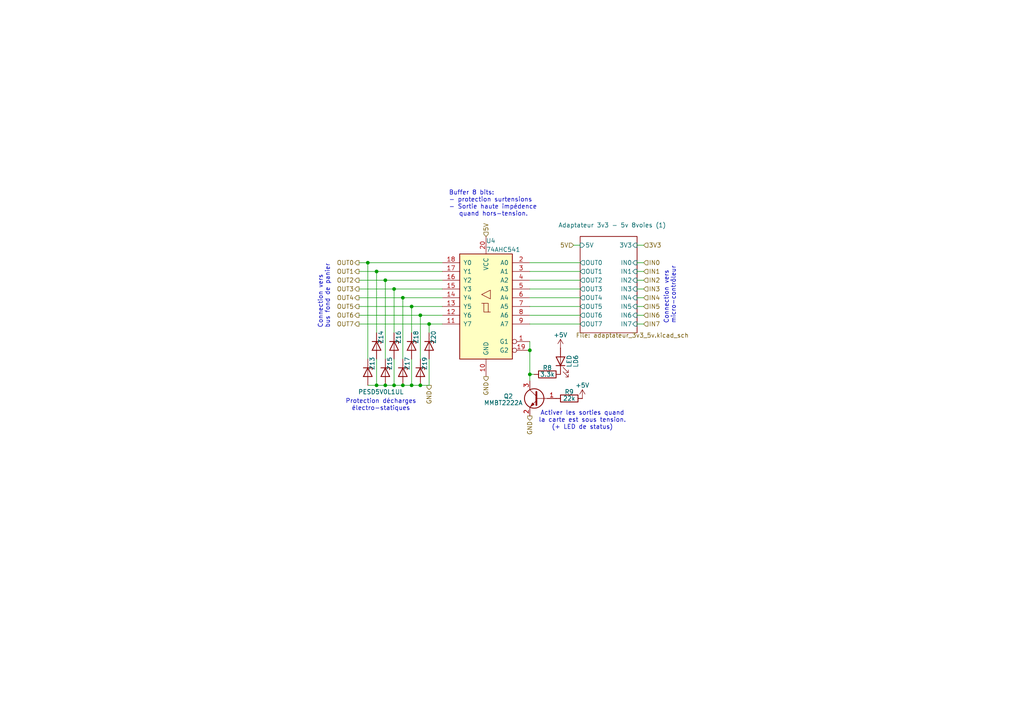
<source format=kicad_sch>
(kicad_sch (version 20250114) (generator "eeschema") (generator_version "9.0")
  (paper "A4")
  (lib_symbols
    (symbol "74xx:74AHC541" (pin_names (offset 1.016))
      (property "Reference" "U" (at -7.62 16.51 0))
      (property "Value" "74AHC541" (at -7.62 -16.51 0))
      (symbol "74AHC541_1_0"
        (polyline (pts (xy -1.27 -1.6002) (xy 0.635 -1.6002) (xy 0.635 0.9398) (xy 1.27 0.9398)))
        (polyline (pts (xy -0.635 -1.6002) (xy -0.635 0.9398) (xy 0.635 0.9398)))
        (polyline (pts (xy 1.27 3.4798) (xy -1.27 4.7498) (xy -1.27 2.2098) (xy 1.27 3.4798)) (stroke (width 0.1524)))
        (pin input line (at -12.7 12.7 0) (length 5.08) (name "A0") (number "2"))
        (pin input line (at -12.7 10.16 0) (length 5.08) (name "A1") (number "3"))
        (pin input line (at -12.7 7.62 0) (length 5.08) (name "A2") (number "4"))
        (pin input line (at -12.7 5.08 0) (length 5.08) (name "A3") (number "5"))
        (pin input line (at -12.7 2.54 0) (length 5.08) (name "A4") (number "6"))
        (pin input line (at -12.7 0 0) (length 5.08) (name "A5") (number "7"))
        (pin input line (at -12.7 -2.54 0) (length 5.08) (name "A6") (number "8"))
        (pin input line (at -12.7 -5.08 0) (length 5.08) (name "A7") (number "9"))
        (pin input inverted (at -12.7 -10.16 0) (length 5.08) (name "G1") (number "1"))
        (pin input inverted (at -12.7 -12.7 0) (length 5.08) (name "G2") (number "19"))
        (pin power_in line (at 0 20.32 270) (length 5.08) (name "VCC") (number "20"))
        (pin power_in line (at 0 -20.32 90) (length 5.08) (name "GND") (number "10"))
        (pin tri_state line (at 12.7 12.7 180) (length 5.08) (name "Y0") (number "18"))
        (pin tri_state line (at 12.7 10.16 180) (length 5.08) (name "Y1") (number "17"))
        (pin tri_state line (at 12.7 7.62 180) (length 5.08) (name "Y2") (number "16"))
        (pin tri_state line (at 12.7 5.08 180) (length 5.08) (name "Y3") (number "15"))
        (pin tri_state line (at 12.7 2.54 180) (length 5.08) (name "Y4") (number "14"))
        (pin tri_state line (at 12.7 0 180) (length 5.08) (name "Y5") (number "13"))
        (pin tri_state line (at 12.7 -2.54 180) (length 5.08) (name "Y6") (number "12"))
        (pin tri_state line (at 12.7 -5.08 180) (length 5.08) (name "Y7") (number "11"))
      )
      (symbol "74AHC541_1_1"
        (rectangle (start -7.62 15.24) (end 7.62 -15.24) (stroke (width 0.254)) (fill (type background)))
      )
    )
    (symbol "Device:LED" (pin_numbers (hide yes)) (pin_names (offset 1.016) (hide yes))
      (property "Reference" "D" (at 0 2.54 0))
      (property "Value" "LED" (at 0 -2.54 0))
      (symbol "LED_0_1"
        (polyline (pts (xy -3.048 -0.762) (xy -4.572 -2.286) (xy -3.81 -2.286) (xy -4.572 -2.286) (xy -4.572 -1.524)))
        (polyline (pts (xy -1.778 -0.762) (xy -3.302 -2.286) (xy -2.54 -2.286) (xy -3.302 -2.286) (xy -3.302 -1.524)))
        (polyline (pts (xy -1.27 0) (xy 1.27 0)))
        (polyline (pts (xy -1.27 -1.27) (xy -1.27 1.27)) (stroke (width 0.254)))
        (polyline (pts (xy 1.27 -1.27) (xy 1.27 1.27) (xy -1.27 0) (xy 1.27 -1.27)) (stroke (width 0.254)))
      )
      (symbol "LED_1_1"
        (pin passive line (at -3.81 0 0) (length 2.54) (name "K") (number "1"))
        (pin passive line (at 3.81 0 180) (length 2.54) (name "A") (number "2"))
      )
    )
    (symbol "Device:R" (pin_numbers (hide yes)) (pin_names (offset 0))
      (property "Reference" "R" (at 2.032 0 90))
      (property "Value" "R" (at 0 0 90))
      (symbol "R_0_1"
        (rectangle (start -1.016 -2.54) (end 1.016 2.54) (stroke (width 0.254)))
      )
      (symbol "R_1_1"
        (pin passive line (at 0 3.81 270) (length 1.27) (name "~") (number "1"))
        (pin passive line (at 0 -3.81 90) (length 1.27) (name "~") (number "2"))
      )
    )
    (symbol "Diode:PESD5V0L1UL" (pin_numbers (hide yes)) (pin_names (hide yes))
      (property "Reference" "D" (at 0 2.54 0))
      (property "Value" "PESD5V0L1UL" (at 0 -2.54 0))
      (symbol "PESD5V0L1UL_0_1"
        (polyline (pts (xy -1.27 -1.27) (xy -1.27 1.27) (xy -0.762 1.27)) (stroke (width 0.254)))
        (polyline (pts (xy 1.27 0) (xy -1.27 0)))
        (polyline (pts (xy 1.27 -1.27) (xy 1.27 1.27) (xy -1.27 0) (xy 1.27 -1.27)) (stroke (width 0.254)))
      )
      (symbol "PESD5V0L1UL_1_1"
        (pin passive line (at -3.81 0 0) (length 2.54) (name "K") (number "1"))
        (pin passive line (at 3.81 0 180) (length 2.54) (name "A") (number "2"))
      )
    )
    (symbol "Transistor_BJT:MMBT2222A" (pin_names (offset 0) (hide yes))
      (property "Reference" "Q" (at 5.08 1.905 0))
      (property "Value" "MMBT2222A" (at 5.08 0 0))
      (symbol "MMBT2222A_0_1"
        (polyline (pts (xy -2.54 0) (xy 0.635 0)))
        (polyline (pts (xy 0.635 1.905) (xy 0.635 -1.905)) (stroke (width 0.508)))
        (circle (center 1.27 0) (radius 2.8194) (stroke (width 0.254)))
      )
      (symbol "MMBT2222A_1_1"
        (polyline (pts (xy 0.635 0.635) (xy 2.54 2.54)))
        (polyline (pts (xy 0.635 -0.635) (xy 2.54 -2.54)))
        (polyline (pts (xy 1.27 -1.778) (xy 1.778 -1.27) (xy 2.286 -2.286) (xy 1.27 -1.778)) (fill (type outline)))
        (pin input line (at -5.08 0 0) (length 2.54) (name "B") (number "1"))
        (pin passive line (at 2.54 5.08 270) (length 2.54) (name "C") (number "3"))
        (pin passive line (at 2.54 -5.08 90) (length 2.54) (name "E") (number "2"))
      )
    )
    (symbol "power:+5V" (power) (pin_numbers (hide yes)) (pin_names (offset 0) (hide yes))
      (property "Value" "+5V" (at 0 3.556 0))
      (symbol "+5V_0_1"
        (polyline (pts (xy -0.762 1.27) (xy 0 2.54)))
        (polyline (pts (xy 0 2.54) (xy 0.762 1.27)))
        (polyline (pts (xy 0 0) (xy 0 2.54)))
      )
      (symbol "+5V_1_1"
        (pin power_in line (at 0 0 90) (length 0) (name "~") (number "1"))
      )
    )
  )
  (text "Connection vers\nbus fond de panier" (at 93.98 95.25 90) (effects (font (size 1.27 1.27)) (justify left)))
  (text "Connection vers\nmicro-contrôleur" (at 194.31 93.98 90) (effects (font (size 1.27 1.27)) (justify left)))
  (text "Activer les sorties quand\nla carte est sous tension.\n(+ LED de status)" (at 168.91 121.92 0) (effects (font (size 1.27 1.27))))
  (text "Protection décharges\nélectro-statiques" (at 110.49 117.475 0) (effects (font (size 1.27 1.27))))
  (text "Buffer 8 bits:\n- protection surtensions\n- Sortie haute impédence\n   quand hors-tension." (at 130.175 59.055 0) (effects (font (size 1.27 1.27)) (justify left)))
  (junction (at 116.84 86.36))
  (junction (at 111.76 111.76))
  (junction (at 109.22 111.76))
  (junction (at 153.67 101.6))
  (junction (at 119.38 88.9))
  (junction (at 106.68 76.2))
  (junction (at 109.22 78.74))
  (junction (at 121.92 91.44))
  (junction (at 114.3 83.82))
  (junction (at 153.67 108.585))
  (junction (at 119.38 111.76))
  (junction (at 111.76 81.28))
  (junction (at 116.84 111.76))
  (junction (at 124.46 93.98))
  (junction (at 114.3 111.76))
  (junction (at 121.92 111.76))
  (wire (pts (xy 119.38 111.76) (xy 121.92 111.76)))
  (wire (pts (xy 186.69 78.74) (xy 184.785 78.74)))
  (wire (pts (xy 186.69 93.98) (xy 184.785 93.98)))
  (wire (pts (xy 184.785 71.12) (xy 186.69 71.12)))
  (wire (pts (xy 104.14 91.44) (xy 121.92 91.44)))
  (wire (pts (xy 104.14 93.98) (xy 124.46 93.98)))
  (wire (pts (xy 114.3 111.76) (xy 116.84 111.76)))
  (wire (pts (xy 121.92 91.44) (xy 121.92 104.14)))
  (wire (pts (xy 104.14 86.36) (xy 116.84 86.36)))
  (wire (pts (xy 109.22 111.76) (xy 111.76 111.76)))
  (wire (pts (xy 153.67 83.82) (xy 168.275 83.82)))
  (wire (pts (xy 153.67 108.585) (xy 153.67 110.49)))
  (wire (pts (xy 104.14 76.2) (xy 106.68 76.2)))
  (wire (pts (xy 116.84 86.36) (xy 116.84 104.14)))
  (wire (pts (xy 186.69 88.9) (xy 184.785 88.9)))
  (wire (pts (xy 109.22 104.14) (xy 109.22 111.76)))
  (wire (pts (xy 114.3 83.82) (xy 114.3 96.52)))
  (wire (pts (xy 186.69 76.2) (xy 184.785 76.2)))
  (wire (pts (xy 106.68 111.76) (xy 109.22 111.76)))
  (wire (pts (xy 116.84 111.76) (xy 119.38 111.76)))
  (wire (pts (xy 104.14 88.9) (xy 119.38 88.9)))
  (wire (pts (xy 106.68 76.2) (xy 106.68 104.14)))
  (wire (pts (xy 153.67 99.06) (xy 153.67 101.6)))
  (wire (pts (xy 104.14 83.82) (xy 114.3 83.82)))
  (wire (pts (xy 114.3 83.82) (xy 128.27 83.82)))
  (wire (pts (xy 119.38 88.9) (xy 128.27 88.9)))
  (wire (pts (xy 186.69 86.36) (xy 184.785 86.36)))
  (wire (pts (xy 124.46 104.14) (xy 124.46 111.76)))
  (wire (pts (xy 153.67 76.2) (xy 168.275 76.2)))
  (wire (pts (xy 106.68 76.2) (xy 128.27 76.2)))
  (wire (pts (xy 186.69 83.82) (xy 184.785 83.82)))
  (wire (pts (xy 109.22 78.74) (xy 128.27 78.74)))
  (wire (pts (xy 109.22 78.74) (xy 109.22 96.52)))
  (wire (pts (xy 104.14 78.74) (xy 109.22 78.74)))
  (wire (pts (xy 186.69 91.44) (xy 184.785 91.44)))
  (wire (pts (xy 116.84 86.36) (xy 128.27 86.36)))
  (wire (pts (xy 111.76 81.28) (xy 128.27 81.28)))
  (wire (pts (xy 119.38 88.9) (xy 119.38 96.52)))
  (wire (pts (xy 114.3 104.14) (xy 114.3 111.76)))
  (wire (pts (xy 119.38 104.14) (xy 119.38 111.76)))
  (wire (pts (xy 104.14 81.28) (xy 111.76 81.28)))
  (wire (pts (xy 121.92 111.76) (xy 124.46 111.76)))
  (wire (pts (xy 153.67 81.28) (xy 168.275 81.28)))
  (wire (pts (xy 124.46 93.98) (xy 124.46 96.52)))
  (wire (pts (xy 153.67 88.9) (xy 168.275 88.9)))
  (wire (pts (xy 186.69 81.28) (xy 184.785 81.28)))
  (wire (pts (xy 124.46 93.98) (xy 128.27 93.98)))
  (wire (pts (xy 153.67 78.74) (xy 168.275 78.74)))
  (wire (pts (xy 121.92 91.44) (xy 128.27 91.44)))
  (wire (pts (xy 111.76 81.28) (xy 111.76 104.14)))
  (wire (pts (xy 153.67 86.36) (xy 168.275 86.36)))
  (wire (pts (xy 153.67 93.98) (xy 168.275 93.98)))
  (wire (pts (xy 166.37 71.12) (xy 168.275 71.12)))
  (wire (pts (xy 153.67 91.44) (xy 168.275 91.44)))
  (wire (pts (xy 154.94 108.585) (xy 153.67 108.585)))
  (wire (pts (xy 153.67 101.6) (xy 153.67 108.585)))
  (wire (pts (xy 111.76 111.76) (xy 114.3 111.76)))
  (hierarchical_label "GND" (shape output) (at 124.46 111.76 270))
  (hierarchical_label "IN1" (shape input) (at 186.69 78.74 0))
  (hierarchical_label "OUT7" (shape output) (at 104.14 93.98 180))
  (hierarchical_label "OUT4" (shape output) (at 104.14 86.36 180))
  (hierarchical_label "OUT6" (shape output) (at 104.14 91.44 180))
  (hierarchical_label "5V" (shape input) (at 166.37 71.12 180))
  (hierarchical_label "IN0" (shape input) (at 186.69 76.2 0))
  (hierarchical_label "3V3" (shape input) (at 186.69 71.12 0))
  (hierarchical_label "OUT2" (shape output) (at 104.14 81.28 180))
  (hierarchical_label "IN4" (shape input) (at 186.69 86.36 0))
  (hierarchical_label "IN5" (shape input) (at 186.69 88.9 0))
  (hierarchical_label "IN3" (shape input) (at 186.69 83.82 0))
  (hierarchical_label "IN7" (shape input) (at 186.69 93.98 0))
  (hierarchical_label "IN2" (shape input) (at 186.69 81.28 0))
  (hierarchical_label "OUT5" (shape output) (at 104.14 88.9 180))
  (hierarchical_label "IN6" (shape input) (at 186.69 91.44 0))
  (hierarchical_label "OUT0" (shape output) (at 104.14 76.2 180))
  (hierarchical_label "5V" (shape input) (at 140.97 68.58 90))
  (hierarchical_label "OUT1" (shape output) (at 104.14 78.74 180))
  (hierarchical_label "GND" (shape output) (at 140.97 109.22 270))
  (hierarchical_label "OUT3" (shape output) (at 104.14 83.82 180))
  (hierarchical_label "GND" (shape output) (at 153.67 120.65 270))
  (symbol (lib_id "power:+5V") (at 162.56 100.965 0) (unit 1)
    (property "Reference" "#PWR032" (effects (hide yes)))
    (property "Value" "+5V" (at 162.56 97.155 0))
    (property "Description" "Power symbol creates a global label with name \"+5V\"" (effects (hide yes)))
  )
  (symbol (lib_id "Diode:PESD5V0L1UL") (at 116.84 107.95 270) (unit 1)
    (property "Reference" "Z17" (at 118.11 105.41 0))
    (property "Value" "PESD5V0L1UL" (effects (hide yes)))
    (property "Footprint" "Diode_SMD:D_SOD-882" (effects (hide yes)))
    (property "Datasheet" "https://assets.nexperia.com/documents/data-sheet/PESD5V0L1UL.pdf" (effects (hide yes)))
    (property "Description" "Low capacitance unidirectional ESD protection diode, 5V, SOD-882" (effects (hide yes)))
  )
  (symbol (lib_id "Diode:PESD5V0L1UL") (at 124.46 100.33 270) (unit 1)
    (property "Reference" "Z20" (at 125.73 97.79 0))
    (property "Value" "PESD5V0L1UL" (effects (hide yes)))
    (property "Footprint" "Diode_SMD:D_SOD-882" (effects (hide yes)))
    (property "Datasheet" "https://assets.nexperia.com/documents/data-sheet/PESD5V0L1UL.pdf" (effects (hide yes)))
    (property "Description" "Low capacitance unidirectional ESD protection diode, 5V, SOD-882" (effects (hide yes)))
  )
  (symbol (lib_id "Device:R") (at 158.75 108.585 90) (unit 1)
    (property "Reference" "R8" (at 158.75 106.68 90))
    (property "Value" "3.3k" (at 158.75 108.585 90))
    (property "Footprint" "Resistor_SMD:R_0805_2012Metric" (effects (hide yes)))
    (property "Description" "Resistor" (effects (hide yes)))
  )
  (symbol (lib_id "Device:LED") (at 162.56 104.775 90) (unit 1)
    (property "Reference" "LD6" (at 167.005 104.775 0))
    (property "Value" "LED" (at 165.1 104.775 0))
    (property "Footprint" "LED_SMD:LED_0805_2012Metric" (effects (hide yes)))
    (property "Description" "Light emitting diode" (effects (hide yes)))
    (property "Sim.Pins" "1=K 2=A" (effects (hide yes)))
  )
  (symbol (lib_id "Diode:PESD5V0L1UL") (at 109.22 100.33 270) (unit 1)
    (property "Reference" "Z14" (at 110.49 97.79 0))
    (property "Value" "PESD5V0L1UL" (effects (hide yes)))
    (property "Footprint" "Diode_SMD:D_SOD-882" (effects (hide yes)))
    (property "Datasheet" "https://assets.nexperia.com/documents/data-sheet/PESD5V0L1UL.pdf" (effects (hide yes)))
    (property "Description" "Low capacitance unidirectional ESD protection diode, 5V, SOD-882" (effects (hide yes)))
  )
  (symbol (lib_id "74xx:74AHC541") (at 140.97 88.9 0) (mirror y) (unit 1)
    (property "Reference" "U4" (at 140.97 69.85 0) (effects (justify right)))
    (property "Value" "74AHC541" (at 140.97 72.39 0) (effects (justify right)))
    (property "Footprint" "Package_SO:TSSOP-20_4.4x5mm_P0.4mm" (effects (hide yes)))
    (property "Datasheet" "https://www.ti.com/lit/ds/symlink/sn74ahc541.pdf" (effects (hide yes)))
    (property "Description" "8-bit Buffer/Line Driver 3-state outputs" (effects (hide yes)))
  )
  (symbol (lib_id "power:+5V") (at 168.91 115.57 0) (unit 1)
    (property "Reference" "#PWR039" (effects (hide yes)))
    (property "Value" "+5V" (at 168.91 111.76 0))
    (property "Description" "Power symbol creates a global label with name \"+5V\"" (effects (hide yes)))
  )
  (symbol (lib_id "Diode:PESD5V0L1UL") (at 121.92 107.95 270) (unit 1)
    (property "Reference" "Z19" (at 123.19 105.41 0))
    (property "Value" "PESD5V0L1UL" (effects (hide yes)))
    (property "Footprint" "Diode_SMD:D_SOD-882" (effects (hide yes)))
    (property "Datasheet" "https://assets.nexperia.com/documents/data-sheet/PESD5V0L1UL.pdf" (effects (hide yes)))
    (property "Description" "Low capacitance unidirectional ESD protection diode, 5V, SOD-882" (effects (hide yes)))
  )
  (symbol (lib_id "Diode:PESD5V0L1UL") (at 106.68 107.95 270) (unit 1)
    (property "Reference" "Z13" (at 107.95 105.41 0))
    (property "Value" "PESD5V0L1UL" (at 110.49 113.665 90))
    (property "Footprint" "Diode_SMD:D_SOD-882" (effects (hide yes)))
    (property "Datasheet" "https://assets.nexperia.com/documents/data-sheet/PESD5V0L1UL.pdf" (effects (hide yes)))
    (property "Description" "Low capacitance unidirectional ESD protection diode, 5V, SOD-882" (effects (hide yes)))
  )
  (symbol (lib_id "Transistor_BJT:MMBT2222A") (at 156.21 115.57 0) (mirror y) (unit 1)
    (property "Reference" "Q2" (at 146.05 114.935 0) (effects (justify right)))
    (property "Value" "MMBT2222A" (at 140.335 116.84 0) (effects (justify right)))
    (property "Footprint" "Package_TO_SOT_SMD:SOT-23" (effects (hide yes)))
    (property "Datasheet" "https://assets.nexperia.com/documents/data-sheet/MMBT2222A.pdf" (effects (hide yes)))
    (property "Description" "600mA Ic, 40V Vce, NPN Transistor, SOT-23" (effects (hide yes)))
  )
  (symbol (lib_id "Diode:PESD5V0L1UL") (at 119.38 100.33 270) (unit 1)
    (property "Reference" "Z18" (at 120.65 97.79 0))
    (property "Value" "PESD5V0L1UL" (effects (hide yes)))
    (property "Footprint" "Diode_SMD:D_SOD-882" (effects (hide yes)))
    (property "Datasheet" "https://assets.nexperia.com/documents/data-sheet/PESD5V0L1UL.pdf" (effects (hide yes)))
    (property "Description" "Low capacitance unidirectional ESD protection diode, 5V, SOD-882" (effects (hide yes)))
  )
  (symbol (lib_id "Diode:PESD5V0L1UL") (at 114.3 100.33 270) (unit 1)
    (property "Reference" "Z16" (at 115.57 97.79 0))
    (property "Value" "PESD5V0L1UL" (effects (hide yes)))
    (property "Footprint" "Diode_SMD:D_SOD-882" (effects (hide yes)))
    (property "Datasheet" "https://assets.nexperia.com/documents/data-sheet/PESD5V0L1UL.pdf" (effects (hide yes)))
    (property "Description" "Low capacitance unidirectional ESD protection diode, 5V, SOD-882" (effects (hide yes)))
  )
  (symbol (lib_id "Device:R") (at 165.1 115.57 270) (unit 1)
    (property "Reference" "R9" (at 165.1 113.665 90))
    (property "Value" "22k" (at 165.1 115.57 90))
    (property "Footprint" "Resistor_SMD:R_0805_2012Metric" (effects (hide yes)))
    (property "Description" "Resistor" (effects (hide yes)))
  )
  (symbol (lib_id "Diode:PESD5V0L1UL") (at 111.76 107.95 270) (unit 1)
    (property "Reference" "Z15" (at 113.03 105.41 0))
    (property "Value" "PESD5V0L1UL" (effects (hide yes)))
    (property "Footprint" "Diode_SMD:D_SOD-882" (effects (hide yes)))
    (property "Datasheet" "https://assets.nexperia.com/documents/data-sheet/PESD5V0L1UL.pdf" (effects (hide yes)))
    (property "Description" "Low capacitance unidirectional ESD protection diode, 5V, SOD-882" (effects (hide yes)))
  )
  (sheet (at 168.275 68.58) (size 16.51 27.94) (stroke (width 0.1524))
    (property "Sheetname" "Adaptateur 3v3 - 5v 8voies (1)" (at 161.925 66.04 0) (effects (justify left bottom)))
    (property "Sheetfile" "adaptateur_3v3_5v.kicad_sch" (at 167.005 96.52 0) (effects (justify left top)))
    (pin "5V" input (at 168.275 71.12 180))
    (pin "3V3" input (at 184.785 71.12 0))
    (pin "IN1" input (at 184.785 78.74 0))
    (pin "OUT1" output (at 168.275 78.74 180))
    (pin "IN4" input (at 184.785 86.36 0))
    (pin "IN5" input (at 184.785 88.9 0))
    (pin "IN0" input (at 184.785 76.2 0))
    (pin "OUT0" output (at 168.275 76.2 180))
    (pin "OUT2" output (at 168.275 81.28 180))
    (pin "OUT5" output (at 168.275 88.9 180))
    (pin "OUT3" output (at 168.275 83.82 180))
    (pin "IN2" input (at 184.785 81.28 0))
    (pin "OUT7" output (at 168.275 93.98 180))
    (pin "OUT6" output (at 168.275 91.44 180))
    (pin "IN3" input (at 184.785 83.82 0))
    (pin "IN6" input (at 184.785 91.44 0))
    (pin "IN7" input (at 184.785 93.98 0))
    (pin "OUT4" output (at 168.275 86.36 180))
  )
)
</source>
